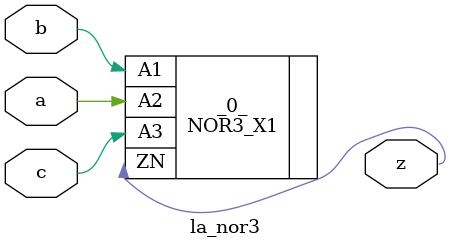
<source format=v>
/* Generated by Yosys 0.37 (git sha1 a5c7f69ed, clang 14.0.0-1ubuntu1.1 -fPIC -Os) */

module la_nor3(a, b, c, z);
  input a;
  wire a;
  input b;
  wire b;
  input c;
  wire c;
  output z;
  wire z;
  NOR3_X1 _0_ (
    .A1(b),
    .A2(a),
    .A3(c),
    .ZN(z)
  );
endmodule

</source>
